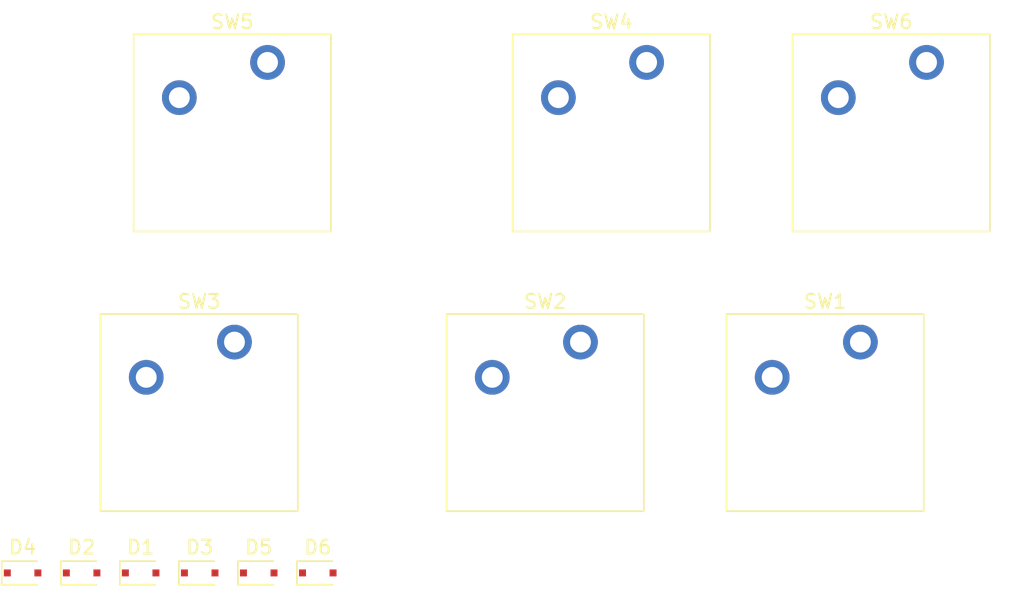
<source format=kicad_pcb>
(kicad_pcb (version 20171130) (host pcbnew 5.1.9)

  (general
    (thickness 1.6)
    (drawings 0)
    (tracks 0)
    (zones 0)
    (modules 12)
    (nets 13)
  )

  (page A4)
  (layers
    (0 F.Cu signal)
    (31 B.Cu signal)
    (32 B.Adhes user)
    (33 F.Adhes user)
    (34 B.Paste user)
    (35 F.Paste user)
    (36 B.SilkS user)
    (37 F.SilkS user)
    (38 B.Mask user)
    (39 F.Mask user)
    (40 Dwgs.User user)
    (41 Cmts.User user)
    (42 Eco1.User user)
    (43 Eco2.User user)
    (44 Edge.Cuts user)
    (45 Margin user)
    (46 B.CrtYd user)
    (47 F.CrtYd user)
    (48 B.Fab user)
    (49 F.Fab user)
  )

  (setup
    (last_trace_width 0.25)
    (trace_clearance 0.2)
    (zone_clearance 0.508)
    (zone_45_only no)
    (trace_min 0.2)
    (via_size 0.8)
    (via_drill 0.4)
    (via_min_size 0.4)
    (via_min_drill 0.3)
    (uvia_size 0.3)
    (uvia_drill 0.1)
    (uvias_allowed no)
    (uvia_min_size 0.2)
    (uvia_min_drill 0.1)
    (edge_width 0.05)
    (segment_width 0.2)
    (pcb_text_width 0.3)
    (pcb_text_size 1.5 1.5)
    (mod_edge_width 0.12)
    (mod_text_size 1 1)
    (mod_text_width 0.15)
    (pad_size 1.524 1.524)
    (pad_drill 0.762)
    (pad_to_mask_clearance 0)
    (aux_axis_origin 0 0)
    (visible_elements FFFFFF7F)
    (pcbplotparams
      (layerselection 0x010fc_ffffffff)
      (usegerberextensions false)
      (usegerberattributes true)
      (usegerberadvancedattributes true)
      (creategerberjobfile true)
      (excludeedgelayer true)
      (linewidth 0.150000)
      (plotframeref false)
      (viasonmask false)
      (mode 1)
      (useauxorigin false)
      (hpglpennumber 1)
      (hpglpenspeed 20)
      (hpglpendiameter 15.000000)
      (psnegative false)
      (psa4output false)
      (plotreference true)
      (plotvalue true)
      (plotinvisibletext false)
      (padsonsilk false)
      (subtractmaskfromsilk false)
      (outputformat 1)
      (mirror false)
      (drillshape 1)
      (scaleselection 1)
      (outputdirectory ""))
  )

  (net 0 "")
  (net 1 COL0)
  (net 2 COL1)
  (net 3 COL2)
  (net 4 N$1)
  (net 5 N$2)
  (net 6 N$3)
  (net 7 N$4)
  (net 8 N$5)
  (net 9 N$6)
  (net 10 ROW0)
  (net 11 ROW1)
  (net 12 ROW2)

  (net_class Default "This is the default net class."
    (clearance 0.2)
    (trace_width 0.25)
    (via_dia 0.8)
    (via_drill 0.4)
    (uvia_dia 0.3)
    (uvia_drill 0.1)
    (add_net COL0)
    (add_net COL1)
    (add_net COL2)
    (add_net N$1)
    (add_net N$2)
    (add_net N$3)
    (add_net N$4)
    (add_net N$5)
    (add_net N$6)
    (add_net ROW0)
    (add_net ROW1)
    (add_net ROW2)
  )

  (module Diode_SMD:D_SOD-323F (layer F.Cu) (tedit 590A48EB) (tstamp 6051169E)
    (at 8.5 0)
    (descr "SOD-323F http://www.nxp.com/documents/outline_drawing/SOD323F.pdf")
    (tags SOD-323F)
    (path /top/17767814349948752871)
    (attr smd)
    (fp_text reference D1 (at 0 -1.85) (layer F.SilkS)
      (effects (font (size 1 1) (thickness 0.15)))
    )
    (fp_text value D (at 0.1 1.9) (layer F.Fab)
      (effects (font (size 1 1) (thickness 0.15)))
    )
    (fp_line (start -1.5 -0.85) (end 1.05 -0.85) (layer F.SilkS) (width 0.12))
    (fp_line (start -1.5 0.85) (end 1.05 0.85) (layer F.SilkS) (width 0.12))
    (fp_line (start -1.6 -0.95) (end -1.6 0.95) (layer F.CrtYd) (width 0.05))
    (fp_line (start -1.6 0.95) (end 1.6 0.95) (layer F.CrtYd) (width 0.05))
    (fp_line (start 1.6 -0.95) (end 1.6 0.95) (layer F.CrtYd) (width 0.05))
    (fp_line (start -1.6 -0.95) (end 1.6 -0.95) (layer F.CrtYd) (width 0.05))
    (fp_line (start -0.9 -0.7) (end 0.9 -0.7) (layer F.Fab) (width 0.1))
    (fp_line (start 0.9 -0.7) (end 0.9 0.7) (layer F.Fab) (width 0.1))
    (fp_line (start 0.9 0.7) (end -0.9 0.7) (layer F.Fab) (width 0.1))
    (fp_line (start -0.9 0.7) (end -0.9 -0.7) (layer F.Fab) (width 0.1))
    (fp_line (start -0.3 -0.35) (end -0.3 0.35) (layer F.Fab) (width 0.1))
    (fp_line (start -0.3 0) (end -0.5 0) (layer F.Fab) (width 0.1))
    (fp_line (start -0.3 0) (end 0.2 -0.35) (layer F.Fab) (width 0.1))
    (fp_line (start 0.2 -0.35) (end 0.2 0.35) (layer F.Fab) (width 0.1))
    (fp_line (start 0.2 0.35) (end -0.3 0) (layer F.Fab) (width 0.1))
    (fp_line (start 0.2 0) (end 0.45 0) (layer F.Fab) (width 0.1))
    (fp_line (start -1.5 -0.85) (end -1.5 0.85) (layer F.SilkS) (width 0.12))
    (fp_text user %R (at 0 -1.85) (layer F.Fab)
      (effects (font (size 1 1) (thickness 0.15)))
    )
    (pad 1 smd rect (at -1.1 0) (size 0.5 0.5) (layers F.Cu F.Paste F.Mask)
      (net 10 ROW0))
    (pad 2 smd rect (at 1.1 0) (size 0.5 0.5) (layers F.Cu F.Paste F.Mask)
      (net 4 N$1))
    (model ${KISYS3DMOD}/Diode_SMD.3dshapes/D_SOD-323F.wrl
      (at (xyz 0 0 0))
      (scale (xyz 1 1 1))
      (rotate (xyz 0 0 0))
    )
  )

  (module Diode_SMD:D_SOD-323F (layer F.Cu) (tedit 590A48EB) (tstamp 605116B6)
    (at 4.25 0)
    (descr "SOD-323F http://www.nxp.com/documents/outline_drawing/SOD323F.pdf")
    (tags SOD-323F)
    (path /top/9688862210612503360)
    (attr smd)
    (fp_text reference D2 (at 0 -1.85) (layer F.SilkS)
      (effects (font (size 1 1) (thickness 0.15)))
    )
    (fp_text value D (at 0.1 1.9) (layer F.Fab)
      (effects (font (size 1 1) (thickness 0.15)))
    )
    (fp_text user %R (at 0 -1.85) (layer F.Fab)
      (effects (font (size 1 1) (thickness 0.15)))
    )
    (fp_line (start -1.5 -0.85) (end -1.5 0.85) (layer F.SilkS) (width 0.12))
    (fp_line (start 0.2 0) (end 0.45 0) (layer F.Fab) (width 0.1))
    (fp_line (start 0.2 0.35) (end -0.3 0) (layer F.Fab) (width 0.1))
    (fp_line (start 0.2 -0.35) (end 0.2 0.35) (layer F.Fab) (width 0.1))
    (fp_line (start -0.3 0) (end 0.2 -0.35) (layer F.Fab) (width 0.1))
    (fp_line (start -0.3 0) (end -0.5 0) (layer F.Fab) (width 0.1))
    (fp_line (start -0.3 -0.35) (end -0.3 0.35) (layer F.Fab) (width 0.1))
    (fp_line (start -0.9 0.7) (end -0.9 -0.7) (layer F.Fab) (width 0.1))
    (fp_line (start 0.9 0.7) (end -0.9 0.7) (layer F.Fab) (width 0.1))
    (fp_line (start 0.9 -0.7) (end 0.9 0.7) (layer F.Fab) (width 0.1))
    (fp_line (start -0.9 -0.7) (end 0.9 -0.7) (layer F.Fab) (width 0.1))
    (fp_line (start -1.6 -0.95) (end 1.6 -0.95) (layer F.CrtYd) (width 0.05))
    (fp_line (start 1.6 -0.95) (end 1.6 0.95) (layer F.CrtYd) (width 0.05))
    (fp_line (start -1.6 0.95) (end 1.6 0.95) (layer F.CrtYd) (width 0.05))
    (fp_line (start -1.6 -0.95) (end -1.6 0.95) (layer F.CrtYd) (width 0.05))
    (fp_line (start -1.5 0.85) (end 1.05 0.85) (layer F.SilkS) (width 0.12))
    (fp_line (start -1.5 -0.85) (end 1.05 -0.85) (layer F.SilkS) (width 0.12))
    (pad 2 smd rect (at 1.1 0) (size 0.5 0.5) (layers F.Cu F.Paste F.Mask)
      (net 5 N$2))
    (pad 1 smd rect (at -1.1 0) (size 0.5 0.5) (layers F.Cu F.Paste F.Mask)
      (net 10 ROW0))
    (model ${KISYS3DMOD}/Diode_SMD.3dshapes/D_SOD-323F.wrl
      (at (xyz 0 0 0))
      (scale (xyz 1 1 1))
      (rotate (xyz 0 0 0))
    )
  )

  (module Diode_SMD:D_SOD-323F (layer F.Cu) (tedit 590A48EB) (tstamp 605116CE)
    (at 12.75 0)
    (descr "SOD-323F http://www.nxp.com/documents/outline_drawing/SOD323F.pdf")
    (tags SOD-323F)
    (path /top/13666967623738160491)
    (attr smd)
    (fp_text reference D3 (at 0 -1.85) (layer F.SilkS)
      (effects (font (size 1 1) (thickness 0.15)))
    )
    (fp_text value D (at 0.1 1.9) (layer F.Fab)
      (effects (font (size 1 1) (thickness 0.15)))
    )
    (fp_line (start -1.5 -0.85) (end 1.05 -0.85) (layer F.SilkS) (width 0.12))
    (fp_line (start -1.5 0.85) (end 1.05 0.85) (layer F.SilkS) (width 0.12))
    (fp_line (start -1.6 -0.95) (end -1.6 0.95) (layer F.CrtYd) (width 0.05))
    (fp_line (start -1.6 0.95) (end 1.6 0.95) (layer F.CrtYd) (width 0.05))
    (fp_line (start 1.6 -0.95) (end 1.6 0.95) (layer F.CrtYd) (width 0.05))
    (fp_line (start -1.6 -0.95) (end 1.6 -0.95) (layer F.CrtYd) (width 0.05))
    (fp_line (start -0.9 -0.7) (end 0.9 -0.7) (layer F.Fab) (width 0.1))
    (fp_line (start 0.9 -0.7) (end 0.9 0.7) (layer F.Fab) (width 0.1))
    (fp_line (start 0.9 0.7) (end -0.9 0.7) (layer F.Fab) (width 0.1))
    (fp_line (start -0.9 0.7) (end -0.9 -0.7) (layer F.Fab) (width 0.1))
    (fp_line (start -0.3 -0.35) (end -0.3 0.35) (layer F.Fab) (width 0.1))
    (fp_line (start -0.3 0) (end -0.5 0) (layer F.Fab) (width 0.1))
    (fp_line (start -0.3 0) (end 0.2 -0.35) (layer F.Fab) (width 0.1))
    (fp_line (start 0.2 -0.35) (end 0.2 0.35) (layer F.Fab) (width 0.1))
    (fp_line (start 0.2 0.35) (end -0.3 0) (layer F.Fab) (width 0.1))
    (fp_line (start 0.2 0) (end 0.45 0) (layer F.Fab) (width 0.1))
    (fp_line (start -1.5 -0.85) (end -1.5 0.85) (layer F.SilkS) (width 0.12))
    (fp_text user %R (at 0 -1.85) (layer F.Fab)
      (effects (font (size 1 1) (thickness 0.15)))
    )
    (pad 1 smd rect (at -1.1 0) (size 0.5 0.5) (layers F.Cu F.Paste F.Mask)
      (net 11 ROW1))
    (pad 2 smd rect (at 1.1 0) (size 0.5 0.5) (layers F.Cu F.Paste F.Mask)
      (net 6 N$3))
    (model ${KISYS3DMOD}/Diode_SMD.3dshapes/D_SOD-323F.wrl
      (at (xyz 0 0 0))
      (scale (xyz 1 1 1))
      (rotate (xyz 0 0 0))
    )
  )

  (module Diode_SMD:D_SOD-323F (layer F.Cu) (tedit 590A48EB) (tstamp 605116E6)
    (at 0 0)
    (descr "SOD-323F http://www.nxp.com/documents/outline_drawing/SOD323F.pdf")
    (tags SOD-323F)
    (path /top/654781628827231646)
    (attr smd)
    (fp_text reference D4 (at 0 -1.85) (layer F.SilkS)
      (effects (font (size 1 1) (thickness 0.15)))
    )
    (fp_text value D (at 0.1 1.9) (layer F.Fab)
      (effects (font (size 1 1) (thickness 0.15)))
    )
    (fp_text user %R (at 0 -1.85) (layer F.Fab)
      (effects (font (size 1 1) (thickness 0.15)))
    )
    (fp_line (start -1.5 -0.85) (end -1.5 0.85) (layer F.SilkS) (width 0.12))
    (fp_line (start 0.2 0) (end 0.45 0) (layer F.Fab) (width 0.1))
    (fp_line (start 0.2 0.35) (end -0.3 0) (layer F.Fab) (width 0.1))
    (fp_line (start 0.2 -0.35) (end 0.2 0.35) (layer F.Fab) (width 0.1))
    (fp_line (start -0.3 0) (end 0.2 -0.35) (layer F.Fab) (width 0.1))
    (fp_line (start -0.3 0) (end -0.5 0) (layer F.Fab) (width 0.1))
    (fp_line (start -0.3 -0.35) (end -0.3 0.35) (layer F.Fab) (width 0.1))
    (fp_line (start -0.9 0.7) (end -0.9 -0.7) (layer F.Fab) (width 0.1))
    (fp_line (start 0.9 0.7) (end -0.9 0.7) (layer F.Fab) (width 0.1))
    (fp_line (start 0.9 -0.7) (end 0.9 0.7) (layer F.Fab) (width 0.1))
    (fp_line (start -0.9 -0.7) (end 0.9 -0.7) (layer F.Fab) (width 0.1))
    (fp_line (start -1.6 -0.95) (end 1.6 -0.95) (layer F.CrtYd) (width 0.05))
    (fp_line (start 1.6 -0.95) (end 1.6 0.95) (layer F.CrtYd) (width 0.05))
    (fp_line (start -1.6 0.95) (end 1.6 0.95) (layer F.CrtYd) (width 0.05))
    (fp_line (start -1.6 -0.95) (end -1.6 0.95) (layer F.CrtYd) (width 0.05))
    (fp_line (start -1.5 0.85) (end 1.05 0.85) (layer F.SilkS) (width 0.12))
    (fp_line (start -1.5 -0.85) (end 1.05 -0.85) (layer F.SilkS) (width 0.12))
    (pad 2 smd rect (at 1.1 0) (size 0.5 0.5) (layers F.Cu F.Paste F.Mask)
      (net 7 N$4))
    (pad 1 smd rect (at -1.1 0) (size 0.5 0.5) (layers F.Cu F.Paste F.Mask)
      (net 11 ROW1))
    (model ${KISYS3DMOD}/Diode_SMD.3dshapes/D_SOD-323F.wrl
      (at (xyz 0 0 0))
      (scale (xyz 1 1 1))
      (rotate (xyz 0 0 0))
    )
  )

  (module Diode_SMD:D_SOD-323F (layer F.Cu) (tedit 590A48EB) (tstamp 605116FE)
    (at 17 0)
    (descr "SOD-323F http://www.nxp.com/documents/outline_drawing/SOD323F.pdf")
    (tags SOD-323F)
    (path /top/14214586472383654056)
    (attr smd)
    (fp_text reference D5 (at 0 -1.85) (layer F.SilkS)
      (effects (font (size 1 1) (thickness 0.15)))
    )
    (fp_text value D (at 0.1 1.9) (layer F.Fab)
      (effects (font (size 1 1) (thickness 0.15)))
    )
    (fp_line (start -1.5 -0.85) (end 1.05 -0.85) (layer F.SilkS) (width 0.12))
    (fp_line (start -1.5 0.85) (end 1.05 0.85) (layer F.SilkS) (width 0.12))
    (fp_line (start -1.6 -0.95) (end -1.6 0.95) (layer F.CrtYd) (width 0.05))
    (fp_line (start -1.6 0.95) (end 1.6 0.95) (layer F.CrtYd) (width 0.05))
    (fp_line (start 1.6 -0.95) (end 1.6 0.95) (layer F.CrtYd) (width 0.05))
    (fp_line (start -1.6 -0.95) (end 1.6 -0.95) (layer F.CrtYd) (width 0.05))
    (fp_line (start -0.9 -0.7) (end 0.9 -0.7) (layer F.Fab) (width 0.1))
    (fp_line (start 0.9 -0.7) (end 0.9 0.7) (layer F.Fab) (width 0.1))
    (fp_line (start 0.9 0.7) (end -0.9 0.7) (layer F.Fab) (width 0.1))
    (fp_line (start -0.9 0.7) (end -0.9 -0.7) (layer F.Fab) (width 0.1))
    (fp_line (start -0.3 -0.35) (end -0.3 0.35) (layer F.Fab) (width 0.1))
    (fp_line (start -0.3 0) (end -0.5 0) (layer F.Fab) (width 0.1))
    (fp_line (start -0.3 0) (end 0.2 -0.35) (layer F.Fab) (width 0.1))
    (fp_line (start 0.2 -0.35) (end 0.2 0.35) (layer F.Fab) (width 0.1))
    (fp_line (start 0.2 0.35) (end -0.3 0) (layer F.Fab) (width 0.1))
    (fp_line (start 0.2 0) (end 0.45 0) (layer F.Fab) (width 0.1))
    (fp_line (start -1.5 -0.85) (end -1.5 0.85) (layer F.SilkS) (width 0.12))
    (fp_text user %R (at 0 -1.85) (layer F.Fab)
      (effects (font (size 1 1) (thickness 0.15)))
    )
    (pad 1 smd rect (at -1.1 0) (size 0.5 0.5) (layers F.Cu F.Paste F.Mask)
      (net 12 ROW2))
    (pad 2 smd rect (at 1.1 0) (size 0.5 0.5) (layers F.Cu F.Paste F.Mask)
      (net 8 N$5))
    (model ${KISYS3DMOD}/Diode_SMD.3dshapes/D_SOD-323F.wrl
      (at (xyz 0 0 0))
      (scale (xyz 1 1 1))
      (rotate (xyz 0 0 0))
    )
  )

  (module Diode_SMD:D_SOD-323F (layer F.Cu) (tedit 590A48EB) (tstamp 60511716)
    (at 21.25 0)
    (descr "SOD-323F http://www.nxp.com/documents/outline_drawing/SOD323F.pdf")
    (tags SOD-323F)
    (path /top/17829682725022553806)
    (attr smd)
    (fp_text reference D6 (at 0 -1.85) (layer F.SilkS)
      (effects (font (size 1 1) (thickness 0.15)))
    )
    (fp_text value D (at 0.1 1.9) (layer F.Fab)
      (effects (font (size 1 1) (thickness 0.15)))
    )
    (fp_text user %R (at 0 -1.85) (layer F.Fab)
      (effects (font (size 1 1) (thickness 0.15)))
    )
    (fp_line (start -1.5 -0.85) (end -1.5 0.85) (layer F.SilkS) (width 0.12))
    (fp_line (start 0.2 0) (end 0.45 0) (layer F.Fab) (width 0.1))
    (fp_line (start 0.2 0.35) (end -0.3 0) (layer F.Fab) (width 0.1))
    (fp_line (start 0.2 -0.35) (end 0.2 0.35) (layer F.Fab) (width 0.1))
    (fp_line (start -0.3 0) (end 0.2 -0.35) (layer F.Fab) (width 0.1))
    (fp_line (start -0.3 0) (end -0.5 0) (layer F.Fab) (width 0.1))
    (fp_line (start -0.3 -0.35) (end -0.3 0.35) (layer F.Fab) (width 0.1))
    (fp_line (start -0.9 0.7) (end -0.9 -0.7) (layer F.Fab) (width 0.1))
    (fp_line (start 0.9 0.7) (end -0.9 0.7) (layer F.Fab) (width 0.1))
    (fp_line (start 0.9 -0.7) (end 0.9 0.7) (layer F.Fab) (width 0.1))
    (fp_line (start -0.9 -0.7) (end 0.9 -0.7) (layer F.Fab) (width 0.1))
    (fp_line (start -1.6 -0.95) (end 1.6 -0.95) (layer F.CrtYd) (width 0.05))
    (fp_line (start 1.6 -0.95) (end 1.6 0.95) (layer F.CrtYd) (width 0.05))
    (fp_line (start -1.6 0.95) (end 1.6 0.95) (layer F.CrtYd) (width 0.05))
    (fp_line (start -1.6 -0.95) (end -1.6 0.95) (layer F.CrtYd) (width 0.05))
    (fp_line (start -1.5 0.85) (end 1.05 0.85) (layer F.SilkS) (width 0.12))
    (fp_line (start -1.5 -0.85) (end 1.05 -0.85) (layer F.SilkS) (width 0.12))
    (pad 2 smd rect (at 1.1 0) (size 0.5 0.5) (layers F.Cu F.Paste F.Mask)
      (net 9 N$6))
    (pad 1 smd rect (at -1.1 0) (size 0.5 0.5) (layers F.Cu F.Paste F.Mask)
      (net 12 ROW2))
    (model ${KISYS3DMOD}/Diode_SMD.3dshapes/D_SOD-323F.wrl
      (at (xyz 0 0 0))
      (scale (xyz 1 1 1))
      (rotate (xyz 0 0 0))
    )
  )

  (module Switch_Keyboard_Cherry_MX:SW_Cherry_MX_PCB_1.00u (layer F.Cu) (tedit 602D5B6F) (tstamp 60511730)
    (at 57.77 -11.55)
    (descr "Cherry MX keyswitch, https://www.cherrymx.de/en/dev.html")
    (tags "Cherry MX Keyboard Keyswitch Switch PCB 1.00u")
    (path /top/15397625211985464950)
    (fp_text reference SW1 (at 0 -8) (layer F.SilkS)
      (effects (font (size 1 1) (thickness 0.15)))
    )
    (fp_text value SW_Push (at 0 8) (layer F.Fab)
      (effects (font (size 1 1) (thickness 0.15)))
    )
    (fp_line (start 9.525 -9.525) (end -9.525 -9.525) (layer Dwgs.User) (width 0.1))
    (fp_line (start 9.525 9.525) (end 9.525 -9.525) (layer Dwgs.User) (width 0.1))
    (fp_line (start -9.525 9.525) (end 9.525 9.525) (layer Dwgs.User) (width 0.1))
    (fp_line (start -9.525 -9.525) (end -9.525 9.525) (layer Dwgs.User) (width 0.1))
    (fp_line (start 7.25 -7.25) (end -7.25 -7.25) (layer F.CrtYd) (width 0.05))
    (fp_line (start 7.25 7.25) (end 7.25 -7.25) (layer F.CrtYd) (width 0.05))
    (fp_line (start -7.25 7.25) (end 7.25 7.25) (layer F.CrtYd) (width 0.05))
    (fp_line (start -7.25 -7.25) (end -7.25 7.25) (layer F.CrtYd) (width 0.05))
    (fp_line (start 7.1 -7.1) (end -7.1 -7.1) (layer F.SilkS) (width 0.12))
    (fp_line (start 7.1 7.1) (end 7.1 -7.1) (layer F.SilkS) (width 0.12))
    (fp_line (start -7.1 7.1) (end 7.1 7.1) (layer F.SilkS) (width 0.12))
    (fp_line (start -7.1 -7.1) (end -7.1 7.1) (layer F.SilkS) (width 0.12))
    (fp_line (start 7 -7) (end -7 -7) (layer F.Fab) (width 0.1))
    (fp_line (start 7 7) (end 7 -7) (layer F.Fab) (width 0.1))
    (fp_line (start -7 7) (end 7 7) (layer F.Fab) (width 0.1))
    (fp_line (start -7 -7) (end -7 7) (layer F.Fab) (width 0.1))
    (fp_text user %R (at 0 0) (layer F.Fab)
      (effects (font (size 1 1) (thickness 0.15)))
    )
    (pad 1 thru_hole circle (at -3.81 -2.54) (size 2.5 2.5) (drill 1.5) (layers *.Cu B.Mask)
      (net 1 COL0))
    (pad 2 thru_hole circle (at 2.54 -5.08) (size 2.5 2.5) (drill 1.5) (layers *.Cu B.Mask)
      (net 4 N$1))
    (pad "" np_thru_hole circle (at 0 0) (size 4 4) (drill 4) (layers *.Cu *.Mask))
    (pad "" np_thru_hole circle (at -5.08 0) (size 1.75 1.75) (drill 1.75) (layers *.Cu *.Mask))
    (pad "" np_thru_hole circle (at 5.08 0) (size 1.75 1.75) (drill 1.75) (layers *.Cu *.Mask))
    (model ${KEYSWITCH_LIB_3D}/Switch_Keyboard_Cherry_MX.3dshapes/SW_Cherry_MX_PCB.wrl
      (at (xyz 0 0 0))
      (scale (xyz 1 1 1))
      (rotate (xyz 0 0 0))
    )
  )

  (module Switch_Keyboard_Cherry_MX:SW_Cherry_MX_PCB_1.00u (layer F.Cu) (tedit 602D5B6F) (tstamp 6051174A)
    (at 37.62 -11.55)
    (descr "Cherry MX keyswitch, https://www.cherrymx.de/en/dev.html")
    (tags "Cherry MX Keyboard Keyswitch Switch PCB 1.00u")
    (path /top/3332787329861879103)
    (fp_text reference SW2 (at 0 -8) (layer F.SilkS)
      (effects (font (size 1 1) (thickness 0.15)))
    )
    (fp_text value SW_Push (at 0 8) (layer F.Fab)
      (effects (font (size 1 1) (thickness 0.15)))
    )
    (fp_text user %R (at 0 0) (layer F.Fab)
      (effects (font (size 1 1) (thickness 0.15)))
    )
    (fp_line (start -7 -7) (end -7 7) (layer F.Fab) (width 0.1))
    (fp_line (start -7 7) (end 7 7) (layer F.Fab) (width 0.1))
    (fp_line (start 7 7) (end 7 -7) (layer F.Fab) (width 0.1))
    (fp_line (start 7 -7) (end -7 -7) (layer F.Fab) (width 0.1))
    (fp_line (start -7.1 -7.1) (end -7.1 7.1) (layer F.SilkS) (width 0.12))
    (fp_line (start -7.1 7.1) (end 7.1 7.1) (layer F.SilkS) (width 0.12))
    (fp_line (start 7.1 7.1) (end 7.1 -7.1) (layer F.SilkS) (width 0.12))
    (fp_line (start 7.1 -7.1) (end -7.1 -7.1) (layer F.SilkS) (width 0.12))
    (fp_line (start -7.25 -7.25) (end -7.25 7.25) (layer F.CrtYd) (width 0.05))
    (fp_line (start -7.25 7.25) (end 7.25 7.25) (layer F.CrtYd) (width 0.05))
    (fp_line (start 7.25 7.25) (end 7.25 -7.25) (layer F.CrtYd) (width 0.05))
    (fp_line (start 7.25 -7.25) (end -7.25 -7.25) (layer F.CrtYd) (width 0.05))
    (fp_line (start -9.525 -9.525) (end -9.525 9.525) (layer Dwgs.User) (width 0.1))
    (fp_line (start -9.525 9.525) (end 9.525 9.525) (layer Dwgs.User) (width 0.1))
    (fp_line (start 9.525 9.525) (end 9.525 -9.525) (layer Dwgs.User) (width 0.1))
    (fp_line (start 9.525 -9.525) (end -9.525 -9.525) (layer Dwgs.User) (width 0.1))
    (pad "" np_thru_hole circle (at 5.08 0) (size 1.75 1.75) (drill 1.75) (layers *.Cu *.Mask))
    (pad "" np_thru_hole circle (at -5.08 0) (size 1.75 1.75) (drill 1.75) (layers *.Cu *.Mask))
    (pad "" np_thru_hole circle (at 0 0) (size 4 4) (drill 4) (layers *.Cu *.Mask))
    (pad 2 thru_hole circle (at 2.54 -5.08) (size 2.5 2.5) (drill 1.5) (layers *.Cu B.Mask)
      (net 5 N$2))
    (pad 1 thru_hole circle (at -3.81 -2.54) (size 2.5 2.5) (drill 1.5) (layers *.Cu B.Mask)
      (net 2 COL1))
    (model ${KEYSWITCH_LIB_3D}/Switch_Keyboard_Cherry_MX.3dshapes/SW_Cherry_MX_PCB.wrl
      (at (xyz 0 0 0))
      (scale (xyz 1 1 1))
      (rotate (xyz 0 0 0))
    )
  )

  (module Switch_Keyboard_Cherry_MX:SW_Cherry_MX_PCB_1.50u (layer F.Cu) (tedit 602D5B6F) (tstamp 60511764)
    (at 12.7125 -11.55)
    (descr "Cherry MX keyswitch, https://www.cherrymx.de/en/dev.html")
    (tags "Cherry MX Keyboard Keyswitch Switch PCB 1.50u")
    (path /top/3204838286065239707)
    (fp_text reference SW3 (at 0 -8) (layer F.SilkS)
      (effects (font (size 1 1) (thickness 0.15)))
    )
    (fp_text value SW_Push (at 0 8) (layer F.Fab)
      (effects (font (size 1 1) (thickness 0.15)))
    )
    (fp_line (start 14.2875 -9.525) (end -14.2875 -9.525) (layer Dwgs.User) (width 0.1))
    (fp_line (start 14.2875 9.525) (end 14.2875 -9.525) (layer Dwgs.User) (width 0.1))
    (fp_line (start -14.2875 9.525) (end 14.2875 9.525) (layer Dwgs.User) (width 0.1))
    (fp_line (start -14.2875 -9.525) (end -14.2875 9.525) (layer Dwgs.User) (width 0.1))
    (fp_line (start 7.25 -7.25) (end -7.25 -7.25) (layer F.CrtYd) (width 0.05))
    (fp_line (start 7.25 7.25) (end 7.25 -7.25) (layer F.CrtYd) (width 0.05))
    (fp_line (start -7.25 7.25) (end 7.25 7.25) (layer F.CrtYd) (width 0.05))
    (fp_line (start -7.25 -7.25) (end -7.25 7.25) (layer F.CrtYd) (width 0.05))
    (fp_line (start 7.1 -7.1) (end -7.1 -7.1) (layer F.SilkS) (width 0.12))
    (fp_line (start 7.1 7.1) (end 7.1 -7.1) (layer F.SilkS) (width 0.12))
    (fp_line (start -7.1 7.1) (end 7.1 7.1) (layer F.SilkS) (width 0.12))
    (fp_line (start -7.1 -7.1) (end -7.1 7.1) (layer F.SilkS) (width 0.12))
    (fp_line (start 7 -7) (end -7 -7) (layer F.Fab) (width 0.1))
    (fp_line (start 7 7) (end 7 -7) (layer F.Fab) (width 0.1))
    (fp_line (start -7 7) (end 7 7) (layer F.Fab) (width 0.1))
    (fp_line (start -7 -7) (end -7 7) (layer F.Fab) (width 0.1))
    (fp_text user %R (at 0 0) (layer F.Fab)
      (effects (font (size 1 1) (thickness 0.15)))
    )
    (pad 1 thru_hole circle (at -3.81 -2.54) (size 2.5 2.5) (drill 1.5) (layers *.Cu B.Mask)
      (net 1 COL0))
    (pad 2 thru_hole circle (at 2.54 -5.08) (size 2.5 2.5) (drill 1.5) (layers *.Cu B.Mask)
      (net 6 N$3))
    (pad "" np_thru_hole circle (at 0 0) (size 4 4) (drill 4) (layers *.Cu *.Mask))
    (pad "" np_thru_hole circle (at -5.08 0) (size 1.75 1.75) (drill 1.75) (layers *.Cu *.Mask))
    (pad "" np_thru_hole circle (at 5.08 0) (size 1.75 1.75) (drill 1.75) (layers *.Cu *.Mask))
    (model ${KEYSWITCH_LIB_3D}/Switch_Keyboard_Cherry_MX.3dshapes/SW_Cherry_MX_PCB.wrl
      (at (xyz 0 0 0))
      (scale (xyz 1 1 1))
      (rotate (xyz 0 0 0))
    )
  )

  (module Switch_Keyboard_Cherry_MX:SW_Cherry_MX_PCB_1.00u (layer F.Cu) (tedit 602D5B6F) (tstamp 6051177E)
    (at 42.38 -31.7)
    (descr "Cherry MX keyswitch, https://www.cherrymx.de/en/dev.html")
    (tags "Cherry MX Keyboard Keyswitch Switch PCB 1.00u")
    (path /top/231921582329979197)
    (fp_text reference SW4 (at 0 -8) (layer F.SilkS)
      (effects (font (size 1 1) (thickness 0.15)))
    )
    (fp_text value SW_Push (at 0 8) (layer F.Fab)
      (effects (font (size 1 1) (thickness 0.15)))
    )
    (fp_line (start 9.525 -9.525) (end -9.525 -9.525) (layer Dwgs.User) (width 0.1))
    (fp_line (start 9.525 9.525) (end 9.525 -9.525) (layer Dwgs.User) (width 0.1))
    (fp_line (start -9.525 9.525) (end 9.525 9.525) (layer Dwgs.User) (width 0.1))
    (fp_line (start -9.525 -9.525) (end -9.525 9.525) (layer Dwgs.User) (width 0.1))
    (fp_line (start 7.25 -7.25) (end -7.25 -7.25) (layer F.CrtYd) (width 0.05))
    (fp_line (start 7.25 7.25) (end 7.25 -7.25) (layer F.CrtYd) (width 0.05))
    (fp_line (start -7.25 7.25) (end 7.25 7.25) (layer F.CrtYd) (width 0.05))
    (fp_line (start -7.25 -7.25) (end -7.25 7.25) (layer F.CrtYd) (width 0.05))
    (fp_line (start 7.1 -7.1) (end -7.1 -7.1) (layer F.SilkS) (width 0.12))
    (fp_line (start 7.1 7.1) (end 7.1 -7.1) (layer F.SilkS) (width 0.12))
    (fp_line (start -7.1 7.1) (end 7.1 7.1) (layer F.SilkS) (width 0.12))
    (fp_line (start -7.1 -7.1) (end -7.1 7.1) (layer F.SilkS) (width 0.12))
    (fp_line (start 7 -7) (end -7 -7) (layer F.Fab) (width 0.1))
    (fp_line (start 7 7) (end 7 -7) (layer F.Fab) (width 0.1))
    (fp_line (start -7 7) (end 7 7) (layer F.Fab) (width 0.1))
    (fp_line (start -7 -7) (end -7 7) (layer F.Fab) (width 0.1))
    (fp_text user %R (at 0 0) (layer F.Fab)
      (effects (font (size 1 1) (thickness 0.15)))
    )
    (pad 1 thru_hole circle (at -3.81 -2.54) (size 2.5 2.5) (drill 1.5) (layers *.Cu B.Mask)
      (net 3 COL2))
    (pad 2 thru_hole circle (at 2.54 -5.08) (size 2.5 2.5) (drill 1.5) (layers *.Cu B.Mask)
      (net 7 N$4))
    (pad "" np_thru_hole circle (at 0 0) (size 4 4) (drill 4) (layers *.Cu *.Mask))
    (pad "" np_thru_hole circle (at -5.08 0) (size 1.75 1.75) (drill 1.75) (layers *.Cu *.Mask))
    (pad "" np_thru_hole circle (at 5.08 0) (size 1.75 1.75) (drill 1.75) (layers *.Cu *.Mask))
    (model ${KEYSWITCH_LIB_3D}/Switch_Keyboard_Cherry_MX.3dshapes/SW_Cherry_MX_PCB.wrl
      (at (xyz 0 0 0))
      (scale (xyz 1 1 1))
      (rotate (xyz 0 0 0))
    )
  )

  (module Switch_Keyboard_Cherry_MX:SW_Cherry_MX_PCB_1.75u (layer F.Cu) (tedit 602D5B6F) (tstamp 60511798)
    (at 15.09375 -31.7)
    (descr "Cherry MX keyswitch, https://www.cherrymx.de/en/dev.html")
    (tags "Cherry MX Keyboard Keyswitch Switch PCB 1.75u")
    (path /top/14529067913340954944)
    (fp_text reference SW5 (at 0 -8) (layer F.SilkS)
      (effects (font (size 1 1) (thickness 0.15)))
    )
    (fp_text value SW_Push (at 0 8) (layer F.Fab)
      (effects (font (size 1 1) (thickness 0.15)))
    )
    (fp_line (start 16.66875 -9.525) (end -16.66875 -9.525) (layer Dwgs.User) (width 0.1))
    (fp_line (start 16.66875 9.525) (end 16.66875 -9.525) (layer Dwgs.User) (width 0.1))
    (fp_line (start -16.66875 9.525) (end 16.66875 9.525) (layer Dwgs.User) (width 0.1))
    (fp_line (start -16.66875 -9.525) (end -16.66875 9.525) (layer Dwgs.User) (width 0.1))
    (fp_line (start 7.25 -7.25) (end -7.25 -7.25) (layer F.CrtYd) (width 0.05))
    (fp_line (start 7.25 7.25) (end 7.25 -7.25) (layer F.CrtYd) (width 0.05))
    (fp_line (start -7.25 7.25) (end 7.25 7.25) (layer F.CrtYd) (width 0.05))
    (fp_line (start -7.25 -7.25) (end -7.25 7.25) (layer F.CrtYd) (width 0.05))
    (fp_line (start 7.1 -7.1) (end -7.1 -7.1) (layer F.SilkS) (width 0.12))
    (fp_line (start 7.1 7.1) (end 7.1 -7.1) (layer F.SilkS) (width 0.12))
    (fp_line (start -7.1 7.1) (end 7.1 7.1) (layer F.SilkS) (width 0.12))
    (fp_line (start -7.1 -7.1) (end -7.1 7.1) (layer F.SilkS) (width 0.12))
    (fp_line (start 7 -7) (end -7 -7) (layer F.Fab) (width 0.1))
    (fp_line (start 7 7) (end 7 -7) (layer F.Fab) (width 0.1))
    (fp_line (start -7 7) (end 7 7) (layer F.Fab) (width 0.1))
    (fp_line (start -7 -7) (end -7 7) (layer F.Fab) (width 0.1))
    (fp_text user %R (at 0 0) (layer F.Fab)
      (effects (font (size 1 1) (thickness 0.15)))
    )
    (pad 1 thru_hole circle (at -3.81 -2.54) (size 2.5 2.5) (drill 1.5) (layers *.Cu B.Mask)
      (net 1 COL0))
    (pad 2 thru_hole circle (at 2.54 -5.08) (size 2.5 2.5) (drill 1.5) (layers *.Cu B.Mask)
      (net 8 N$5))
    (pad "" np_thru_hole circle (at 0 0) (size 4 4) (drill 4) (layers *.Cu *.Mask))
    (pad "" np_thru_hole circle (at -5.08 0) (size 1.75 1.75) (drill 1.75) (layers *.Cu *.Mask))
    (pad "" np_thru_hole circle (at 5.08 0) (size 1.75 1.75) (drill 1.75) (layers *.Cu *.Mask))
    (model ${KEYSWITCH_LIB_3D}/Switch_Keyboard_Cherry_MX.3dshapes/SW_Cherry_MX_PCB.wrl
      (at (xyz 0 0 0))
      (scale (xyz 1 1 1))
      (rotate (xyz 0 0 0))
    )
  )

  (module Switch_Keyboard_Cherry_MX:SW_Cherry_MX_PCB_1.00u (layer F.Cu) (tedit 602D5B6F) (tstamp 605117B2)
    (at 62.53 -31.7)
    (descr "Cherry MX keyswitch, https://www.cherrymx.de/en/dev.html")
    (tags "Cherry MX Keyboard Keyswitch Switch PCB 1.00u")
    (path /top/2979450904512274764)
    (fp_text reference SW6 (at 0 -8) (layer F.SilkS)
      (effects (font (size 1 1) (thickness 0.15)))
    )
    (fp_text value SW_Push (at 0 8) (layer F.Fab)
      (effects (font (size 1 1) (thickness 0.15)))
    )
    (fp_text user %R (at 0 0) (layer F.Fab)
      (effects (font (size 1 1) (thickness 0.15)))
    )
    (fp_line (start -7 -7) (end -7 7) (layer F.Fab) (width 0.1))
    (fp_line (start -7 7) (end 7 7) (layer F.Fab) (width 0.1))
    (fp_line (start 7 7) (end 7 -7) (layer F.Fab) (width 0.1))
    (fp_line (start 7 -7) (end -7 -7) (layer F.Fab) (width 0.1))
    (fp_line (start -7.1 -7.1) (end -7.1 7.1) (layer F.SilkS) (width 0.12))
    (fp_line (start -7.1 7.1) (end 7.1 7.1) (layer F.SilkS) (width 0.12))
    (fp_line (start 7.1 7.1) (end 7.1 -7.1) (layer F.SilkS) (width 0.12))
    (fp_line (start 7.1 -7.1) (end -7.1 -7.1) (layer F.SilkS) (width 0.12))
    (fp_line (start -7.25 -7.25) (end -7.25 7.25) (layer F.CrtYd) (width 0.05))
    (fp_line (start -7.25 7.25) (end 7.25 7.25) (layer F.CrtYd) (width 0.05))
    (fp_line (start 7.25 7.25) (end 7.25 -7.25) (layer F.CrtYd) (width 0.05))
    (fp_line (start 7.25 -7.25) (end -7.25 -7.25) (layer F.CrtYd) (width 0.05))
    (fp_line (start -9.525 -9.525) (end -9.525 9.525) (layer Dwgs.User) (width 0.1))
    (fp_line (start -9.525 9.525) (end 9.525 9.525) (layer Dwgs.User) (width 0.1))
    (fp_line (start 9.525 9.525) (end 9.525 -9.525) (layer Dwgs.User) (width 0.1))
    (fp_line (start 9.525 -9.525) (end -9.525 -9.525) (layer Dwgs.User) (width 0.1))
    (pad "" np_thru_hole circle (at 5.08 0) (size 1.75 1.75) (drill 1.75) (layers *.Cu *.Mask))
    (pad "" np_thru_hole circle (at -5.08 0) (size 1.75 1.75) (drill 1.75) (layers *.Cu *.Mask))
    (pad "" np_thru_hole circle (at 0 0) (size 4 4) (drill 4) (layers *.Cu *.Mask))
    (pad 2 thru_hole circle (at 2.54 -5.08) (size 2.5 2.5) (drill 1.5) (layers *.Cu B.Mask)
      (net 9 N$6))
    (pad 1 thru_hole circle (at -3.81 -2.54) (size 2.5 2.5) (drill 1.5) (layers *.Cu B.Mask)
      (net 3 COL2))
    (model ${KEYSWITCH_LIB_3D}/Switch_Keyboard_Cherry_MX.3dshapes/SW_Cherry_MX_PCB.wrl
      (at (xyz 0 0 0))
      (scale (xyz 1 1 1))
      (rotate (xyz 0 0 0))
    )
  )

)

</source>
